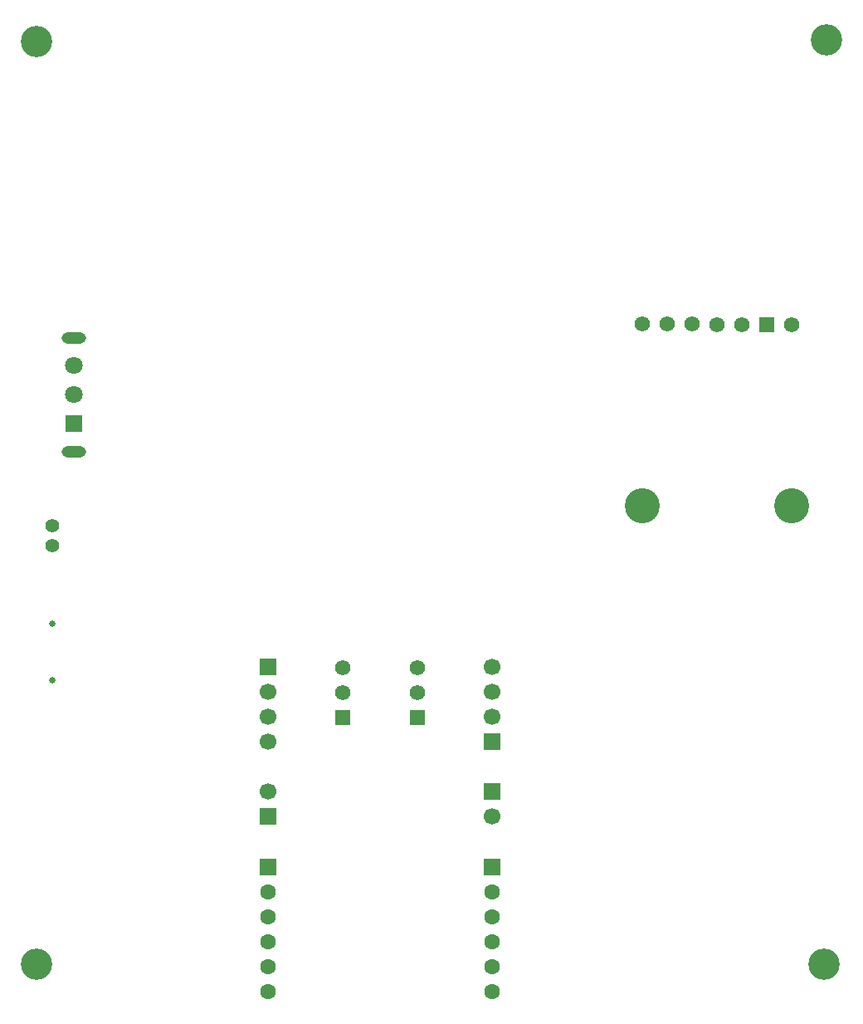
<source format=gbr>
%TF.GenerationSoftware,KiCad,Pcbnew,9.0.1*%
%TF.CreationDate,2025-06-12T19:00:36+02:00*%
%TF.ProjectId,MY-ESP32,4d592d45-5350-4333-922e-6b696361645f,rev?*%
%TF.SameCoordinates,Original*%
%TF.FileFunction,Soldermask,Bot*%
%TF.FilePolarity,Negative*%
%FSLAX46Y46*%
G04 Gerber Fmt 4.6, Leading zero omitted, Abs format (unit mm)*
G04 Created by KiCad (PCBNEW 9.0.1) date 2025-06-12 19:00:36*
%MOMM*%
%LPD*%
G01*
G04 APERTURE LIST*
%ADD10C,1.400000*%
%ADD11R,1.800000X1.800000*%
%ADD12C,1.600000*%
%ADD13C,1.800000*%
%ADD14O,2.500000X1.200000*%
%ADD15R,1.700000X1.700000*%
%ADD16C,1.700000*%
%ADD17C,3.200000*%
%ADD18R,1.575000X1.575000*%
%ADD19C,1.575000*%
%ADD20C,3.575000*%
%ADD21C,0.650000*%
G04 APERTURE END LIST*
D10*
%TO.C,U2*%
X92329000Y-107696000D03*
X92329000Y-109696000D03*
%TD*%
D11*
%TO.C,H6*%
X114300000Y-142468600D03*
D12*
X114300000Y-145008600D03*
X114300000Y-147548600D03*
X114300000Y-150088600D03*
X114300000Y-152628600D03*
X114300000Y-155168600D03*
%TD*%
D11*
%TO.C,SW3*%
X94488000Y-97282000D03*
D13*
X94488000Y-94282000D03*
X94488000Y-91282000D03*
D14*
X94488000Y-88482000D03*
X94488000Y-100082000D03*
%TD*%
D15*
%TO.C,H3*%
X137160000Y-129692400D03*
D16*
X137160000Y-127152400D03*
X137160000Y-124612400D03*
X137160000Y-122072400D03*
%TD*%
D15*
%TO.C,H8*%
X137160000Y-134772400D03*
D16*
X137160000Y-137312400D03*
%TD*%
D17*
%TO.C,H10*%
X171348000Y-58166000D03*
%TD*%
D15*
%TO.C,H7*%
X114300000Y-137312400D03*
D16*
X114300000Y-134772400D03*
%TD*%
D17*
%TO.C,H12*%
X171069000Y-152323800D03*
%TD*%
D18*
%TO.C,H1*%
X129540000Y-127203200D03*
D19*
X129540000Y-124663200D03*
X129540000Y-122123200D03*
%TD*%
D15*
%TO.C,H4*%
X114300000Y-122072400D03*
D16*
X114300000Y-124612400D03*
X114300000Y-127152400D03*
X114300000Y-129692400D03*
%TD*%
D17*
%TO.C,H9*%
X90678000Y-58293000D03*
%TD*%
D20*
%TO.C,U4*%
X167735600Y-105643500D03*
X152501600Y-105643500D03*
D19*
X167741600Y-87126000D03*
D18*
X165201600Y-87125000D03*
D19*
X162661600Y-87124000D03*
X160121600Y-87123000D03*
X157581600Y-87122000D03*
X155041600Y-87121000D03*
X152501600Y-87120000D03*
%TD*%
D17*
%TO.C,H11*%
X90678000Y-152323800D03*
%TD*%
D11*
%TO.C,H5*%
X137160000Y-142468600D03*
D12*
X137160000Y-145008600D03*
X137160000Y-147548600D03*
X137160000Y-150088600D03*
X137160000Y-152628600D03*
X137160000Y-155168600D03*
%TD*%
D18*
%TO.C,H2*%
X121920000Y-127203200D03*
D19*
X121920000Y-124663200D03*
X121920000Y-122123200D03*
%TD*%
D21*
%TO.C,U7*%
X92304600Y-117653800D03*
X92304600Y-123433800D03*
%TD*%
M02*

</source>
